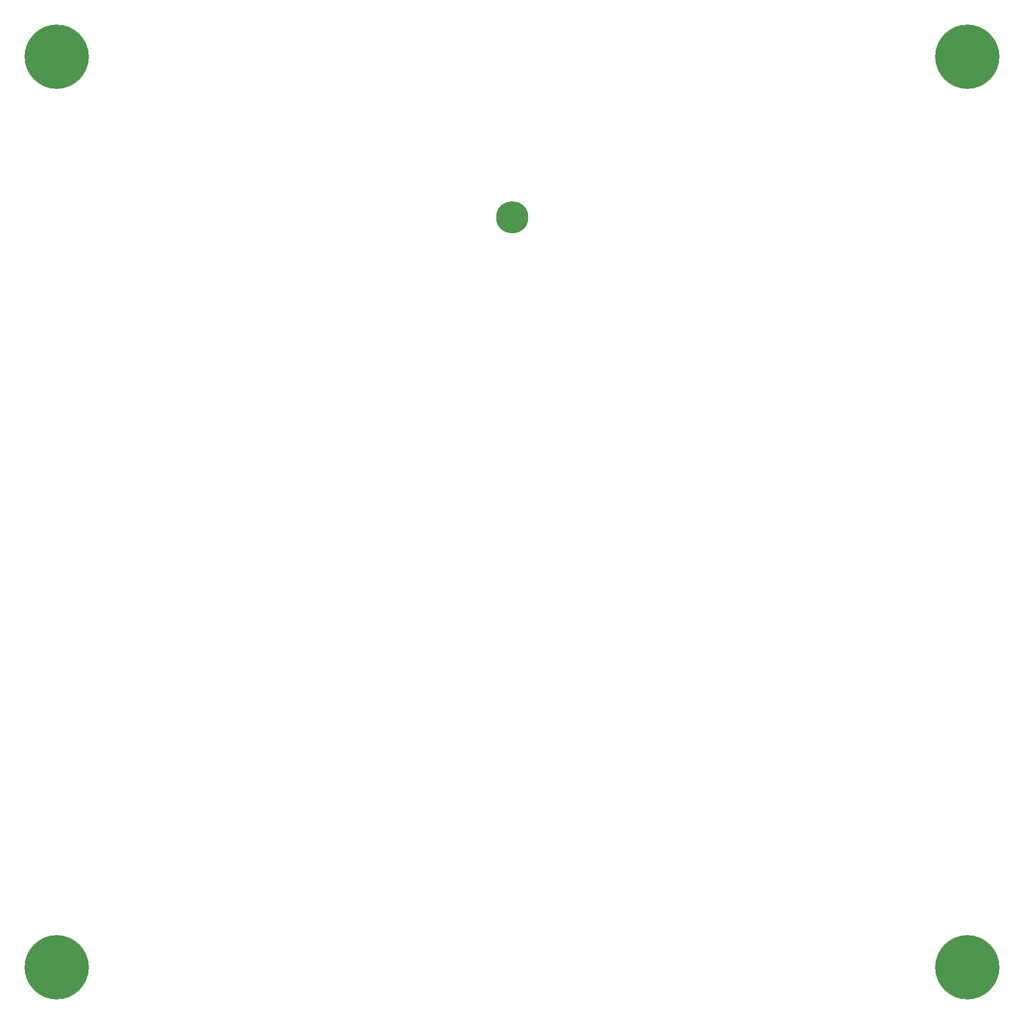
<source format=gbr>
G04 #@! TF.GenerationSoftware,KiCad,Pcbnew,7.0.6*
G04 #@! TF.CreationDate,2023-10-21T01:30:07+00:00*
G04 #@! TF.ProjectId,HeatedBedFoil,48656174-6564-4426-9564-466f696c2e6b,rev?*
G04 #@! TF.SameCoordinates,Original*
G04 #@! TF.FileFunction,Soldermask,Bot*
G04 #@! TF.FilePolarity,Negative*
%FSLAX46Y46*%
G04 Gerber Fmt 4.6, Leading zero omitted, Abs format (unit mm)*
G04 Created by KiCad (PCBNEW 7.0.6) date 2023-10-21 01:30:07*
%MOMM*%
%LPD*%
G01*
G04 APERTURE LIST*
%ADD10C,12.000000*%
%ADD11C,6.000000*%
G04 APERTURE END LIST*
D10*
X225000000Y-225000000D03*
X225000000Y-55000000D03*
X55000000Y-225000000D03*
X55000000Y-55000000D03*
D11*
X140000000Y-85000000D03*
M02*

</source>
